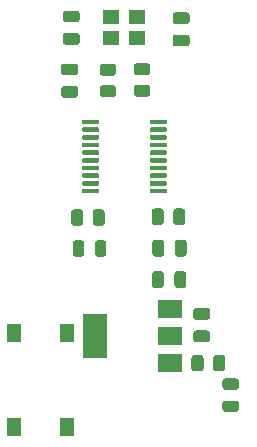
<source format=gbr>
%TF.GenerationSoftware,KiCad,Pcbnew,(5.1.10)-1*%
%TF.CreationDate,2021-10-19T17:14:30+03:00*%
%TF.ProjectId,msp,6d73702e-6b69-4636-9164-5f7063625858,rev?*%
%TF.SameCoordinates,Original*%
%TF.FileFunction,Paste,Top*%
%TF.FilePolarity,Positive*%
%FSLAX46Y46*%
G04 Gerber Fmt 4.6, Leading zero omitted, Abs format (unit mm)*
G04 Created by KiCad (PCBNEW (5.1.10)-1) date 2021-10-19 17:14:30*
%MOMM*%
%LPD*%
G01*
G04 APERTURE LIST*
%ADD10R,2.000000X3.800000*%
%ADD11R,2.000000X1.500000*%
%ADD12R,1.300000X1.550000*%
%ADD13R,1.400000X1.200000*%
G04 APERTURE END LIST*
%TO.C,C1*%
G36*
G01*
X100573820Y-82428500D02*
X101523820Y-82428500D01*
G75*
G02*
X101773820Y-82678500I0J-250000D01*
G01*
X101773820Y-83178500D01*
G75*
G02*
X101523820Y-83428500I-250000J0D01*
G01*
X100573820Y-83428500D01*
G75*
G02*
X100323820Y-83178500I0J250000D01*
G01*
X100323820Y-82678500D01*
G75*
G02*
X100573820Y-82428500I250000J0D01*
G01*
G37*
G36*
G01*
X100573820Y-80528500D02*
X101523820Y-80528500D01*
G75*
G02*
X101773820Y-80778500I0J-250000D01*
G01*
X101773820Y-81278500D01*
G75*
G02*
X101523820Y-81528500I-250000J0D01*
G01*
X100573820Y-81528500D01*
G75*
G02*
X100323820Y-81278500I0J250000D01*
G01*
X100323820Y-80778500D01*
G75*
G02*
X100573820Y-80528500I250000J0D01*
G01*
G37*
%TD*%
%TO.C,C2*%
G36*
G01*
X92219800Y-83288800D02*
X91269800Y-83288800D01*
G75*
G02*
X91019800Y-83038800I0J250000D01*
G01*
X91019800Y-82538800D01*
G75*
G02*
X91269800Y-82288800I250000J0D01*
G01*
X92219800Y-82288800D01*
G75*
G02*
X92469800Y-82538800I0J-250000D01*
G01*
X92469800Y-83038800D01*
G75*
G02*
X92219800Y-83288800I-250000J0D01*
G01*
G37*
G36*
G01*
X92219800Y-81388800D02*
X91269800Y-81388800D01*
G75*
G02*
X91019800Y-81138800I0J250000D01*
G01*
X91019800Y-80638800D01*
G75*
G02*
X91269800Y-80388800I250000J0D01*
G01*
X92219800Y-80388800D01*
G75*
G02*
X92469800Y-80638800I0J-250000D01*
G01*
X92469800Y-81138800D01*
G75*
G02*
X92219800Y-81388800I-250000J0D01*
G01*
G37*
%TD*%
%TO.C,C3*%
G36*
G01*
X91125020Y-84871900D02*
X92075020Y-84871900D01*
G75*
G02*
X92325020Y-85121900I0J-250000D01*
G01*
X92325020Y-85621900D01*
G75*
G02*
X92075020Y-85871900I-250000J0D01*
G01*
X91125020Y-85871900D01*
G75*
G02*
X90875020Y-85621900I0J250000D01*
G01*
X90875020Y-85121900D01*
G75*
G02*
X91125020Y-84871900I250000J0D01*
G01*
G37*
G36*
G01*
X91125020Y-86771900D02*
X92075020Y-86771900D01*
G75*
G02*
X92325020Y-87021900I0J-250000D01*
G01*
X92325020Y-87521900D01*
G75*
G02*
X92075020Y-87771900I-250000J0D01*
G01*
X91125020Y-87771900D01*
G75*
G02*
X90875020Y-87521900I0J250000D01*
G01*
X90875020Y-87021900D01*
G75*
G02*
X91125020Y-86771900I250000J0D01*
G01*
G37*
%TD*%
%TO.C,C4*%
G36*
G01*
X99575200Y-102689640D02*
X99575200Y-103639640D01*
G75*
G02*
X99325200Y-103889640I-250000J0D01*
G01*
X98825200Y-103889640D01*
G75*
G02*
X98575200Y-103639640I0J250000D01*
G01*
X98575200Y-102689640D01*
G75*
G02*
X98825200Y-102439640I250000J0D01*
G01*
X99325200Y-102439640D01*
G75*
G02*
X99575200Y-102689640I0J-250000D01*
G01*
G37*
G36*
G01*
X101475200Y-102689640D02*
X101475200Y-103639640D01*
G75*
G02*
X101225200Y-103889640I-250000J0D01*
G01*
X100725200Y-103889640D01*
G75*
G02*
X100475200Y-103639640I0J250000D01*
G01*
X100475200Y-102689640D01*
G75*
G02*
X100725200Y-102439640I250000J0D01*
G01*
X101225200Y-102439640D01*
G75*
G02*
X101475200Y-102689640I0J-250000D01*
G01*
G37*
%TD*%
%TO.C,C5*%
G36*
G01*
X103263720Y-108472900D02*
X102313720Y-108472900D01*
G75*
G02*
X102063720Y-108222900I0J250000D01*
G01*
X102063720Y-107722900D01*
G75*
G02*
X102313720Y-107472900I250000J0D01*
G01*
X103263720Y-107472900D01*
G75*
G02*
X103513720Y-107722900I0J-250000D01*
G01*
X103513720Y-108222900D01*
G75*
G02*
X103263720Y-108472900I-250000J0D01*
G01*
G37*
G36*
G01*
X103263720Y-106572900D02*
X102313720Y-106572900D01*
G75*
G02*
X102063720Y-106322900I0J250000D01*
G01*
X102063720Y-105822900D01*
G75*
G02*
X102313720Y-105572900I250000J0D01*
G01*
X103263720Y-105572900D01*
G75*
G02*
X103513720Y-105822900I0J-250000D01*
G01*
X103513720Y-106322900D01*
G75*
G02*
X103263720Y-106572900I-250000J0D01*
G01*
G37*
%TD*%
%TO.C,R1*%
G36*
G01*
X98189202Y-87683400D02*
X97289198Y-87683400D01*
G75*
G02*
X97039200Y-87433402I0J249998D01*
G01*
X97039200Y-86908398D01*
G75*
G02*
X97289198Y-86658400I249998J0D01*
G01*
X98189202Y-86658400D01*
G75*
G02*
X98439200Y-86908398I0J-249998D01*
G01*
X98439200Y-87433402D01*
G75*
G02*
X98189202Y-87683400I-249998J0D01*
G01*
G37*
G36*
G01*
X98189202Y-85858400D02*
X97289198Y-85858400D01*
G75*
G02*
X97039200Y-85608402I0J249998D01*
G01*
X97039200Y-85083398D01*
G75*
G02*
X97289198Y-84833400I249998J0D01*
G01*
X98189202Y-84833400D01*
G75*
G02*
X98439200Y-85083398I0J-249998D01*
G01*
X98439200Y-85608402D01*
G75*
G02*
X98189202Y-85858400I-249998J0D01*
G01*
G37*
%TD*%
%TO.C,R2*%
G36*
G01*
X95293602Y-85909200D02*
X94393598Y-85909200D01*
G75*
G02*
X94143600Y-85659202I0J249998D01*
G01*
X94143600Y-85134198D01*
G75*
G02*
X94393598Y-84884200I249998J0D01*
G01*
X95293602Y-84884200D01*
G75*
G02*
X95543600Y-85134198I0J-249998D01*
G01*
X95543600Y-85659202D01*
G75*
G02*
X95293602Y-85909200I-249998J0D01*
G01*
G37*
G36*
G01*
X95293602Y-87734200D02*
X94393598Y-87734200D01*
G75*
G02*
X94143600Y-87484202I0J249998D01*
G01*
X94143600Y-86959198D01*
G75*
G02*
X94393598Y-86709200I249998J0D01*
G01*
X95293602Y-86709200D01*
G75*
G02*
X95543600Y-86959198I0J-249998D01*
G01*
X95543600Y-87484202D01*
G75*
G02*
X95293602Y-87734200I-249998J0D01*
G01*
G37*
%TD*%
%TO.C,R3*%
G36*
G01*
X102944980Y-109796158D02*
X102944980Y-110696162D01*
G75*
G02*
X102694982Y-110946160I-249998J0D01*
G01*
X102169978Y-110946160D01*
G75*
G02*
X101919980Y-110696162I0J249998D01*
G01*
X101919980Y-109796158D01*
G75*
G02*
X102169978Y-109546160I249998J0D01*
G01*
X102694982Y-109546160D01*
G75*
G02*
X102944980Y-109796158I0J-249998D01*
G01*
G37*
G36*
G01*
X104769980Y-109796158D02*
X104769980Y-110696162D01*
G75*
G02*
X104519982Y-110946160I-249998J0D01*
G01*
X103994978Y-110946160D01*
G75*
G02*
X103744980Y-110696162I0J249998D01*
G01*
X103744980Y-109796158D01*
G75*
G02*
X103994978Y-109546160I249998J0D01*
G01*
X104519982Y-109546160D01*
G75*
G02*
X104769980Y-109796158I0J-249998D01*
G01*
G37*
%TD*%
%TO.C,R4*%
G36*
G01*
X98546860Y-98295882D02*
X98546860Y-97395878D01*
G75*
G02*
X98796858Y-97145880I249998J0D01*
G01*
X99321862Y-97145880D01*
G75*
G02*
X99571860Y-97395878I0J-249998D01*
G01*
X99571860Y-98295882D01*
G75*
G02*
X99321862Y-98545880I-249998J0D01*
G01*
X98796858Y-98545880D01*
G75*
G02*
X98546860Y-98295882I0J249998D01*
G01*
G37*
G36*
G01*
X100371860Y-98295882D02*
X100371860Y-97395878D01*
G75*
G02*
X100621858Y-97145880I249998J0D01*
G01*
X101146862Y-97145880D01*
G75*
G02*
X101396860Y-97395878I0J-249998D01*
G01*
X101396860Y-98295882D01*
G75*
G02*
X101146862Y-98545880I-249998J0D01*
G01*
X100621858Y-98545880D01*
G75*
G02*
X100371860Y-98295882I0J249998D01*
G01*
G37*
%TD*%
%TO.C,R5*%
G36*
G01*
X94579500Y-97472078D02*
X94579500Y-98372082D01*
G75*
G02*
X94329502Y-98622080I-249998J0D01*
G01*
X93804498Y-98622080D01*
G75*
G02*
X93554500Y-98372082I0J249998D01*
G01*
X93554500Y-97472078D01*
G75*
G02*
X93804498Y-97222080I249998J0D01*
G01*
X94329502Y-97222080D01*
G75*
G02*
X94579500Y-97472078I0J-249998D01*
G01*
G37*
G36*
G01*
X92754500Y-97472078D02*
X92754500Y-98372082D01*
G75*
G02*
X92504502Y-98622080I-249998J0D01*
G01*
X91979498Y-98622080D01*
G75*
G02*
X91729500Y-98372082I0J249998D01*
G01*
X91729500Y-97472078D01*
G75*
G02*
X91979498Y-97222080I249998J0D01*
G01*
X92504502Y-97222080D01*
G75*
G02*
X92754500Y-97472078I0J-249998D01*
G01*
G37*
%TD*%
D10*
%TO.C,U2*%
X93786560Y-107916980D03*
D11*
X100086560Y-107916980D03*
X100086560Y-105616980D03*
X100086560Y-110216980D03*
%TD*%
%TO.C,D1*%
G36*
G01*
X105696070Y-114381340D02*
X104783570Y-114381340D01*
G75*
G02*
X104539820Y-114137590I0J243750D01*
G01*
X104539820Y-113650090D01*
G75*
G02*
X104783570Y-113406340I243750J0D01*
G01*
X105696070Y-113406340D01*
G75*
G02*
X105939820Y-113650090I0J-243750D01*
G01*
X105939820Y-114137590D01*
G75*
G02*
X105696070Y-114381340I-243750J0D01*
G01*
G37*
G36*
G01*
X105696070Y-112506340D02*
X104783570Y-112506340D01*
G75*
G02*
X104539820Y-112262590I0J243750D01*
G01*
X104539820Y-111775090D01*
G75*
G02*
X104783570Y-111531340I243750J0D01*
G01*
X105696070Y-111531340D01*
G75*
G02*
X105939820Y-111775090I0J-243750D01*
G01*
X105939820Y-112262590D01*
G75*
G02*
X105696070Y-112506340I-243750J0D01*
G01*
G37*
%TD*%
%TO.C,D2*%
G36*
G01*
X93744200Y-100984370D02*
X93744200Y-100071870D01*
G75*
G02*
X93987950Y-99828120I243750J0D01*
G01*
X94475450Y-99828120D01*
G75*
G02*
X94719200Y-100071870I0J-243750D01*
G01*
X94719200Y-100984370D01*
G75*
G02*
X94475450Y-101228120I-243750J0D01*
G01*
X93987950Y-101228120D01*
G75*
G02*
X93744200Y-100984370I0J243750D01*
G01*
G37*
G36*
G01*
X91869200Y-100984370D02*
X91869200Y-100071870D01*
G75*
G02*
X92112950Y-99828120I243750J0D01*
G01*
X92600450Y-99828120D01*
G75*
G02*
X92844200Y-100071870I0J-243750D01*
G01*
X92844200Y-100984370D01*
G75*
G02*
X92600450Y-101228120I-243750J0D01*
G01*
X92112950Y-101228120D01*
G75*
G02*
X91869200Y-100984370I0J243750D01*
G01*
G37*
%TD*%
%TO.C,C6*%
G36*
G01*
X98615840Y-100977720D02*
X98615840Y-100027720D01*
G75*
G02*
X98865840Y-99777720I250000J0D01*
G01*
X99365840Y-99777720D01*
G75*
G02*
X99615840Y-100027720I0J-250000D01*
G01*
X99615840Y-100977720D01*
G75*
G02*
X99365840Y-101227720I-250000J0D01*
G01*
X98865840Y-101227720D01*
G75*
G02*
X98615840Y-100977720I0J250000D01*
G01*
G37*
G36*
G01*
X100515840Y-100977720D02*
X100515840Y-100027720D01*
G75*
G02*
X100765840Y-99777720I250000J0D01*
G01*
X101265840Y-99777720D01*
G75*
G02*
X101515840Y-100027720I0J-250000D01*
G01*
X101515840Y-100977720D01*
G75*
G02*
X101265840Y-101227720I-250000J0D01*
G01*
X100765840Y-101227720D01*
G75*
G02*
X100515840Y-100977720I0J250000D01*
G01*
G37*
%TD*%
D12*
%TO.C,SW1*%
X91378600Y-115663880D03*
X86878600Y-115663880D03*
X86878600Y-107713880D03*
X91378600Y-107713880D03*
%TD*%
D13*
%TO.C,Y1*%
X97317740Y-80971020D03*
X95117740Y-80971020D03*
X95117740Y-82671020D03*
X97317740Y-82671020D03*
%TD*%
%TO.C,U1*%
G36*
G01*
X92650000Y-89925000D02*
X92650000Y-89725000D01*
G75*
G02*
X92750000Y-89625000I100000J0D01*
G01*
X94025000Y-89625000D01*
G75*
G02*
X94125000Y-89725000I0J-100000D01*
G01*
X94125000Y-89925000D01*
G75*
G02*
X94025000Y-90025000I-100000J0D01*
G01*
X92750000Y-90025000D01*
G75*
G02*
X92650000Y-89925000I0J100000D01*
G01*
G37*
G36*
G01*
X92650000Y-90575000D02*
X92650000Y-90375000D01*
G75*
G02*
X92750000Y-90275000I100000J0D01*
G01*
X94025000Y-90275000D01*
G75*
G02*
X94125000Y-90375000I0J-100000D01*
G01*
X94125000Y-90575000D01*
G75*
G02*
X94025000Y-90675000I-100000J0D01*
G01*
X92750000Y-90675000D01*
G75*
G02*
X92650000Y-90575000I0J100000D01*
G01*
G37*
G36*
G01*
X92650000Y-91225000D02*
X92650000Y-91025000D01*
G75*
G02*
X92750000Y-90925000I100000J0D01*
G01*
X94025000Y-90925000D01*
G75*
G02*
X94125000Y-91025000I0J-100000D01*
G01*
X94125000Y-91225000D01*
G75*
G02*
X94025000Y-91325000I-100000J0D01*
G01*
X92750000Y-91325000D01*
G75*
G02*
X92650000Y-91225000I0J100000D01*
G01*
G37*
G36*
G01*
X92650000Y-91875000D02*
X92650000Y-91675000D01*
G75*
G02*
X92750000Y-91575000I100000J0D01*
G01*
X94025000Y-91575000D01*
G75*
G02*
X94125000Y-91675000I0J-100000D01*
G01*
X94125000Y-91875000D01*
G75*
G02*
X94025000Y-91975000I-100000J0D01*
G01*
X92750000Y-91975000D01*
G75*
G02*
X92650000Y-91875000I0J100000D01*
G01*
G37*
G36*
G01*
X92650000Y-92525000D02*
X92650000Y-92325000D01*
G75*
G02*
X92750000Y-92225000I100000J0D01*
G01*
X94025000Y-92225000D01*
G75*
G02*
X94125000Y-92325000I0J-100000D01*
G01*
X94125000Y-92525000D01*
G75*
G02*
X94025000Y-92625000I-100000J0D01*
G01*
X92750000Y-92625000D01*
G75*
G02*
X92650000Y-92525000I0J100000D01*
G01*
G37*
G36*
G01*
X92650000Y-93175000D02*
X92650000Y-92975000D01*
G75*
G02*
X92750000Y-92875000I100000J0D01*
G01*
X94025000Y-92875000D01*
G75*
G02*
X94125000Y-92975000I0J-100000D01*
G01*
X94125000Y-93175000D01*
G75*
G02*
X94025000Y-93275000I-100000J0D01*
G01*
X92750000Y-93275000D01*
G75*
G02*
X92650000Y-93175000I0J100000D01*
G01*
G37*
G36*
G01*
X92650000Y-93825000D02*
X92650000Y-93625000D01*
G75*
G02*
X92750000Y-93525000I100000J0D01*
G01*
X94025000Y-93525000D01*
G75*
G02*
X94125000Y-93625000I0J-100000D01*
G01*
X94125000Y-93825000D01*
G75*
G02*
X94025000Y-93925000I-100000J0D01*
G01*
X92750000Y-93925000D01*
G75*
G02*
X92650000Y-93825000I0J100000D01*
G01*
G37*
G36*
G01*
X92650000Y-94475000D02*
X92650000Y-94275000D01*
G75*
G02*
X92750000Y-94175000I100000J0D01*
G01*
X94025000Y-94175000D01*
G75*
G02*
X94125000Y-94275000I0J-100000D01*
G01*
X94125000Y-94475000D01*
G75*
G02*
X94025000Y-94575000I-100000J0D01*
G01*
X92750000Y-94575000D01*
G75*
G02*
X92650000Y-94475000I0J100000D01*
G01*
G37*
G36*
G01*
X92650000Y-95125000D02*
X92650000Y-94925000D01*
G75*
G02*
X92750000Y-94825000I100000J0D01*
G01*
X94025000Y-94825000D01*
G75*
G02*
X94125000Y-94925000I0J-100000D01*
G01*
X94125000Y-95125000D01*
G75*
G02*
X94025000Y-95225000I-100000J0D01*
G01*
X92750000Y-95225000D01*
G75*
G02*
X92650000Y-95125000I0J100000D01*
G01*
G37*
G36*
G01*
X92650000Y-95775000D02*
X92650000Y-95575000D01*
G75*
G02*
X92750000Y-95475000I100000J0D01*
G01*
X94025000Y-95475000D01*
G75*
G02*
X94125000Y-95575000I0J-100000D01*
G01*
X94125000Y-95775000D01*
G75*
G02*
X94025000Y-95875000I-100000J0D01*
G01*
X92750000Y-95875000D01*
G75*
G02*
X92650000Y-95775000I0J100000D01*
G01*
G37*
G36*
G01*
X98375000Y-95775000D02*
X98375000Y-95575000D01*
G75*
G02*
X98475000Y-95475000I100000J0D01*
G01*
X99750000Y-95475000D01*
G75*
G02*
X99850000Y-95575000I0J-100000D01*
G01*
X99850000Y-95775000D01*
G75*
G02*
X99750000Y-95875000I-100000J0D01*
G01*
X98475000Y-95875000D01*
G75*
G02*
X98375000Y-95775000I0J100000D01*
G01*
G37*
G36*
G01*
X98375000Y-95125000D02*
X98375000Y-94925000D01*
G75*
G02*
X98475000Y-94825000I100000J0D01*
G01*
X99750000Y-94825000D01*
G75*
G02*
X99850000Y-94925000I0J-100000D01*
G01*
X99850000Y-95125000D01*
G75*
G02*
X99750000Y-95225000I-100000J0D01*
G01*
X98475000Y-95225000D01*
G75*
G02*
X98375000Y-95125000I0J100000D01*
G01*
G37*
G36*
G01*
X98375000Y-94475000D02*
X98375000Y-94275000D01*
G75*
G02*
X98475000Y-94175000I100000J0D01*
G01*
X99750000Y-94175000D01*
G75*
G02*
X99850000Y-94275000I0J-100000D01*
G01*
X99850000Y-94475000D01*
G75*
G02*
X99750000Y-94575000I-100000J0D01*
G01*
X98475000Y-94575000D01*
G75*
G02*
X98375000Y-94475000I0J100000D01*
G01*
G37*
G36*
G01*
X98375000Y-93825000D02*
X98375000Y-93625000D01*
G75*
G02*
X98475000Y-93525000I100000J0D01*
G01*
X99750000Y-93525000D01*
G75*
G02*
X99850000Y-93625000I0J-100000D01*
G01*
X99850000Y-93825000D01*
G75*
G02*
X99750000Y-93925000I-100000J0D01*
G01*
X98475000Y-93925000D01*
G75*
G02*
X98375000Y-93825000I0J100000D01*
G01*
G37*
G36*
G01*
X98375000Y-93175000D02*
X98375000Y-92975000D01*
G75*
G02*
X98475000Y-92875000I100000J0D01*
G01*
X99750000Y-92875000D01*
G75*
G02*
X99850000Y-92975000I0J-100000D01*
G01*
X99850000Y-93175000D01*
G75*
G02*
X99750000Y-93275000I-100000J0D01*
G01*
X98475000Y-93275000D01*
G75*
G02*
X98375000Y-93175000I0J100000D01*
G01*
G37*
G36*
G01*
X98375000Y-92525000D02*
X98375000Y-92325000D01*
G75*
G02*
X98475000Y-92225000I100000J0D01*
G01*
X99750000Y-92225000D01*
G75*
G02*
X99850000Y-92325000I0J-100000D01*
G01*
X99850000Y-92525000D01*
G75*
G02*
X99750000Y-92625000I-100000J0D01*
G01*
X98475000Y-92625000D01*
G75*
G02*
X98375000Y-92525000I0J100000D01*
G01*
G37*
G36*
G01*
X98375000Y-91875000D02*
X98375000Y-91675000D01*
G75*
G02*
X98475000Y-91575000I100000J0D01*
G01*
X99750000Y-91575000D01*
G75*
G02*
X99850000Y-91675000I0J-100000D01*
G01*
X99850000Y-91875000D01*
G75*
G02*
X99750000Y-91975000I-100000J0D01*
G01*
X98475000Y-91975000D01*
G75*
G02*
X98375000Y-91875000I0J100000D01*
G01*
G37*
G36*
G01*
X98375000Y-91225000D02*
X98375000Y-91025000D01*
G75*
G02*
X98475000Y-90925000I100000J0D01*
G01*
X99750000Y-90925000D01*
G75*
G02*
X99850000Y-91025000I0J-100000D01*
G01*
X99850000Y-91225000D01*
G75*
G02*
X99750000Y-91325000I-100000J0D01*
G01*
X98475000Y-91325000D01*
G75*
G02*
X98375000Y-91225000I0J100000D01*
G01*
G37*
G36*
G01*
X98375000Y-90575000D02*
X98375000Y-90375000D01*
G75*
G02*
X98475000Y-90275000I100000J0D01*
G01*
X99750000Y-90275000D01*
G75*
G02*
X99850000Y-90375000I0J-100000D01*
G01*
X99850000Y-90575000D01*
G75*
G02*
X99750000Y-90675000I-100000J0D01*
G01*
X98475000Y-90675000D01*
G75*
G02*
X98375000Y-90575000I0J100000D01*
G01*
G37*
G36*
G01*
X98375000Y-89925000D02*
X98375000Y-89725000D01*
G75*
G02*
X98475000Y-89625000I100000J0D01*
G01*
X99750000Y-89625000D01*
G75*
G02*
X99850000Y-89725000I0J-100000D01*
G01*
X99850000Y-89925000D01*
G75*
G02*
X99750000Y-90025000I-100000J0D01*
G01*
X98475000Y-90025000D01*
G75*
G02*
X98375000Y-89925000I0J100000D01*
G01*
G37*
%TD*%
M02*

</source>
